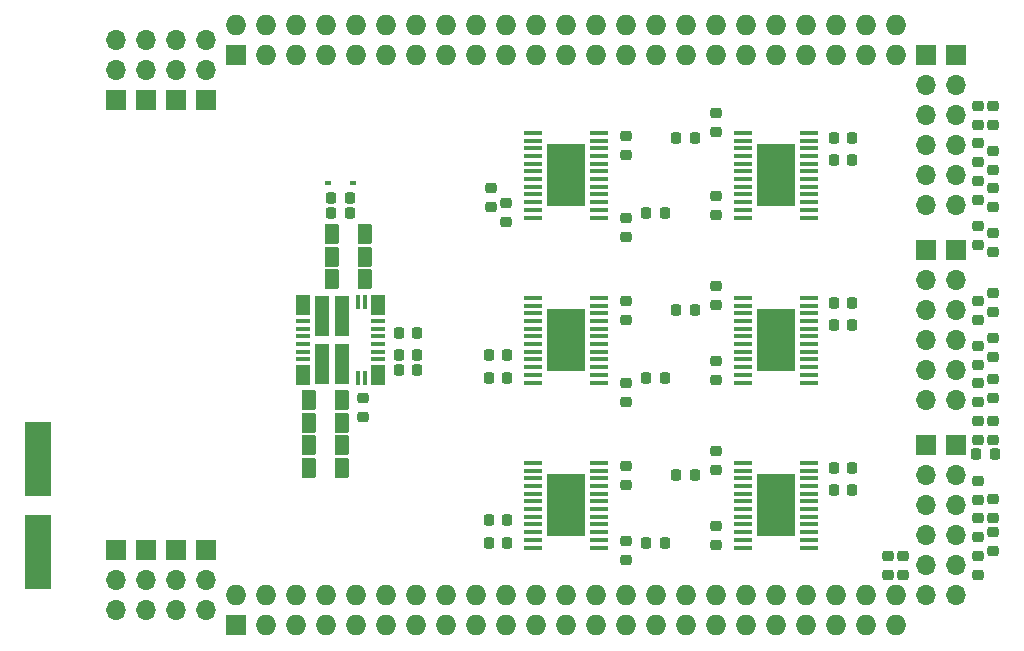
<source format=gbr>
%TF.GenerationSoftware,KiCad,Pcbnew,6.0.5*%
%TF.CreationDate,2022-07-04T20:08:59-04:00*%
%TF.ProjectId,motorBoard,6d6f746f-7242-46f6-9172-642e6b696361,rev?*%
%TF.SameCoordinates,Original*%
%TF.FileFunction,Soldermask,Top*%
%TF.FilePolarity,Negative*%
%FSLAX46Y46*%
G04 Gerber Fmt 4.6, Leading zero omitted, Abs format (unit mm)*
G04 Created by KiCad (PCBNEW 6.0.5) date 2022-07-04 20:08:59*
%MOMM*%
%LPD*%
G01*
G04 APERTURE LIST*
G04 Aperture macros list*
%AMRoundRect*
0 Rectangle with rounded corners*
0 $1 Rounding radius*
0 $2 $3 $4 $5 $6 $7 $8 $9 X,Y pos of 4 corners*
0 Add a 4 corners polygon primitive as box body*
4,1,4,$2,$3,$4,$5,$6,$7,$8,$9,$2,$3,0*
0 Add four circle primitives for the rounded corners*
1,1,$1+$1,$2,$3*
1,1,$1+$1,$4,$5*
1,1,$1+$1,$6,$7*
1,1,$1+$1,$8,$9*
0 Add four rect primitives between the rounded corners*
20,1,$1+$1,$2,$3,$4,$5,0*
20,1,$1+$1,$4,$5,$6,$7,0*
20,1,$1+$1,$6,$7,$8,$9,0*
20,1,$1+$1,$8,$9,$2,$3,0*%
G04 Aperture macros list end*
%ADD10R,1.727200X1.727200*%
%ADD11O,1.727200X1.727200*%
%ADD12R,1.600200X0.304800*%
%ADD13R,3.200400X5.257800*%
%ADD14R,1.193800X1.701800*%
%ADD15R,1.193800X0.355600*%
%ADD16R,0.355600X1.193800*%
%ADD17R,1.295400X3.505200*%
%ADD18RoundRect,0.218750X0.256250X-0.218750X0.256250X0.218750X-0.256250X0.218750X-0.256250X-0.218750X0*%
%ADD19RoundRect,0.218750X0.218750X0.256250X-0.218750X0.256250X-0.218750X-0.256250X0.218750X-0.256250X0*%
%ADD20RoundRect,0.218750X-0.256250X0.218750X-0.256250X-0.218750X0.256250X-0.218750X0.256250X0.218750X0*%
%ADD21R,1.700000X1.700000*%
%ADD22O,1.700000X1.700000*%
%ADD23RoundRect,0.218750X-0.218750X-0.256250X0.218750X-0.256250X0.218750X0.256250X-0.218750X0.256250X0*%
%ADD24R,0.600000X0.450000*%
%ADD25RoundRect,0.250000X0.375000X0.625000X-0.375000X0.625000X-0.375000X-0.625000X0.375000X-0.625000X0*%
%ADD26R,2.250000X6.250000*%
G04 APERTURE END LIST*
D10*
%TO.C,P9*%
X101600000Y-101600000D03*
D11*
X101600000Y-99060000D03*
X104140000Y-101600000D03*
X104140000Y-99060000D03*
X106680000Y-101600000D03*
X106680000Y-99060000D03*
X109220000Y-101600000D03*
X109220000Y-99060000D03*
X111760000Y-101600000D03*
X111760000Y-99060000D03*
X114300000Y-101600000D03*
X114300000Y-99060000D03*
X116840000Y-101600000D03*
X116840000Y-99060000D03*
X119380000Y-101600000D03*
X119380000Y-99060000D03*
X121920000Y-101600000D03*
X121920000Y-99060000D03*
X124460000Y-101600000D03*
X124460000Y-99060000D03*
X127000000Y-101600000D03*
X127000000Y-99060000D03*
X129540000Y-101600000D03*
X129540000Y-99060000D03*
X132080000Y-101600000D03*
X132080000Y-99060000D03*
X134620000Y-101600000D03*
X134620000Y-99060000D03*
X137160000Y-101600000D03*
X137160000Y-99060000D03*
X139700000Y-101600000D03*
X139700000Y-99060000D03*
X142240000Y-101600000D03*
X142240000Y-99060000D03*
X144780000Y-101600000D03*
X144780000Y-99060000D03*
X147320000Y-101600000D03*
X147320000Y-99060000D03*
X149860000Y-101600000D03*
X149860000Y-99060000D03*
X152400000Y-101600000D03*
X152400000Y-99060000D03*
X154940000Y-101600000D03*
X154940000Y-99060000D03*
X157480000Y-101600000D03*
X157480000Y-99060000D03*
%TD*%
D12*
%TO.C,U301*%
X132339999Y-81044999D03*
X132339999Y-80395000D03*
X132339999Y-79745002D03*
X132339999Y-79095001D03*
X132339999Y-78445002D03*
X132339999Y-77795001D03*
X132339999Y-77145002D03*
X132339999Y-76495001D03*
X132339999Y-75845002D03*
X132339999Y-75195001D03*
X132339999Y-74545002D03*
X132339999Y-73895001D03*
X126740001Y-73895001D03*
X126740001Y-74545000D03*
X126740001Y-75195001D03*
X126740001Y-75844999D03*
X126740001Y-76495001D03*
X126740001Y-77144999D03*
X126740001Y-77794998D03*
X126740001Y-78444999D03*
X126740001Y-79094998D03*
X126740001Y-79744999D03*
X126740001Y-80394998D03*
X126740001Y-81044999D03*
D13*
X129540000Y-77470000D03*
%TD*%
D14*
%TO.C,U101*%
X113690000Y-80420001D03*
D15*
X113690001Y-79095001D03*
X113690001Y-78444999D03*
X113690001Y-77795001D03*
X113690001Y-77144999D03*
X113690001Y-76495001D03*
X113690001Y-75844999D03*
D14*
X113690000Y-74519999D03*
D16*
X112565000Y-74269999D03*
X111915001Y-74269999D03*
D17*
X110640000Y-75420000D03*
X108890000Y-75420000D03*
D14*
X107290000Y-74519999D03*
D15*
X107289999Y-75844999D03*
X107289999Y-76495001D03*
X107289999Y-77144999D03*
X107289999Y-77795001D03*
X107289999Y-78444999D03*
X107289999Y-79095001D03*
D14*
X107290000Y-80420001D03*
D17*
X108890000Y-79520000D03*
X110640000Y-79520000D03*
D16*
X111915001Y-80670001D03*
X112565000Y-80670001D03*
%TD*%
D12*
%TO.C,U201*%
X132339999Y-95014999D03*
X132339999Y-94365000D03*
X132339999Y-93715002D03*
X132339999Y-93065001D03*
X132339999Y-92415002D03*
X132339999Y-91765001D03*
X132339999Y-91115002D03*
X132339999Y-90465001D03*
X132339999Y-89815002D03*
X132339999Y-89165001D03*
X132339999Y-88515002D03*
X132339999Y-87865001D03*
X126740001Y-87865001D03*
X126740001Y-88515000D03*
X126740001Y-89165001D03*
X126740001Y-89814999D03*
X126740001Y-90465001D03*
X126740001Y-91114999D03*
X126740001Y-91764998D03*
X126740001Y-92414999D03*
X126740001Y-93064998D03*
X126740001Y-93714999D03*
X126740001Y-94364998D03*
X126740001Y-95014999D03*
D13*
X129540000Y-91440000D03*
%TD*%
D12*
%TO.C,U601*%
X144520001Y-73895001D03*
X144520001Y-74545000D03*
X144520001Y-75194998D03*
X144520001Y-75844999D03*
X144520001Y-76494998D03*
X144520001Y-77144999D03*
X144520001Y-77794998D03*
X144520001Y-78444999D03*
X144520001Y-79094998D03*
X144520001Y-79744999D03*
X144520001Y-80394998D03*
X144520001Y-81044999D03*
X150119999Y-81044999D03*
X150119999Y-80395000D03*
X150119999Y-79744999D03*
X150119999Y-79095001D03*
X150119999Y-78444999D03*
X150119999Y-77795001D03*
X150119999Y-77145002D03*
X150119999Y-76495001D03*
X150119999Y-75845002D03*
X150119999Y-75195001D03*
X150119999Y-74545002D03*
X150119999Y-73895001D03*
D13*
X147320000Y-77470000D03*
%TD*%
D12*
%TO.C,U501*%
X144520001Y-59925001D03*
X144520001Y-60575000D03*
X144520001Y-61224998D03*
X144520001Y-61874999D03*
X144520001Y-62524998D03*
X144520001Y-63174999D03*
X144520001Y-63824998D03*
X144520001Y-64474999D03*
X144520001Y-65124998D03*
X144520001Y-65774999D03*
X144520001Y-66424998D03*
X144520001Y-67074999D03*
X150119999Y-67074999D03*
X150119999Y-66425000D03*
X150119999Y-65774999D03*
X150119999Y-65125001D03*
X150119999Y-64474999D03*
X150119999Y-63825001D03*
X150119999Y-63175002D03*
X150119999Y-62525001D03*
X150119999Y-61875002D03*
X150119999Y-61225001D03*
X150119999Y-60575002D03*
X150119999Y-59925001D03*
D13*
X147320000Y-63500000D03*
%TD*%
D10*
%TO.C,P8*%
X101600000Y-53340000D03*
D11*
X101600000Y-50800000D03*
X104140000Y-53340000D03*
X104140000Y-50800000D03*
X106680000Y-53340000D03*
X106680000Y-50800000D03*
X109220000Y-53340000D03*
X109220000Y-50800000D03*
X111760000Y-53340000D03*
X111760000Y-50800000D03*
X114300000Y-53340000D03*
X114300000Y-50800000D03*
X116840000Y-53340000D03*
X116840000Y-50800000D03*
X119380000Y-53340000D03*
X119380000Y-50800000D03*
X121920000Y-53340000D03*
X121920000Y-50800000D03*
X124460000Y-53340000D03*
X124460000Y-50800000D03*
X127000000Y-53340000D03*
X127000000Y-50800000D03*
X129540000Y-53340000D03*
X129540000Y-50800000D03*
X132080000Y-53340000D03*
X132080000Y-50800000D03*
X134620000Y-53340000D03*
X134620000Y-50800000D03*
X137160000Y-53340000D03*
X137160000Y-50800000D03*
X139700000Y-53340000D03*
X139700000Y-50800000D03*
X142240000Y-53340000D03*
X142240000Y-50800000D03*
X144780000Y-53340000D03*
X144780000Y-50800000D03*
X147320000Y-53340000D03*
X147320000Y-50800000D03*
X149860000Y-53340000D03*
X149860000Y-50800000D03*
X152400000Y-53340000D03*
X152400000Y-50800000D03*
X154940000Y-53340000D03*
X154940000Y-50800000D03*
X157480000Y-53340000D03*
X157480000Y-50800000D03*
%TD*%
D18*
%TO.C,R205*%
X158115000Y-97307500D03*
X158115000Y-95732500D03*
%TD*%
D12*
%TO.C,U401*%
X132339999Y-67074999D03*
X132339999Y-66425000D03*
X132339999Y-65775002D03*
X132339999Y-65125001D03*
X132339999Y-64475002D03*
X132339999Y-63825001D03*
X132339999Y-63175002D03*
X132339999Y-62525001D03*
X132339999Y-61875002D03*
X132339999Y-61225001D03*
X132339999Y-60575002D03*
X132339999Y-59925001D03*
X126740001Y-59925001D03*
X126740001Y-60575000D03*
X126740001Y-61225001D03*
X126740001Y-61874999D03*
X126740001Y-62525001D03*
X126740001Y-63174999D03*
X126740001Y-63824998D03*
X126740001Y-64474999D03*
X126740001Y-65124998D03*
X126740001Y-65774999D03*
X126740001Y-66424998D03*
X126740001Y-67074999D03*
D13*
X129540000Y-63500000D03*
%TD*%
D19*
%TO.C,C603*%
X153822500Y-76200000D03*
X152247500Y-76200000D03*
%TD*%
D20*
%TO.C,R306*%
X164465000Y-84302500D03*
X164465000Y-85877500D03*
%TD*%
D21*
%TO.C,J401*%
X160020000Y-53340000D03*
D22*
X160020000Y-55880000D03*
X160020000Y-58420000D03*
X160020000Y-60960000D03*
X160020000Y-63500000D03*
X160020000Y-66040000D03*
%TD*%
D20*
%TO.C,R302*%
X134620000Y-74142500D03*
X134620000Y-75717500D03*
%TD*%
D19*
%TO.C,C703*%
X153822500Y-90170000D03*
X152247500Y-90170000D03*
%TD*%
D18*
%TO.C,C702*%
X142240000Y-88417500D03*
X142240000Y-86842500D03*
%TD*%
D19*
%TO.C,C701*%
X153822500Y-88265000D03*
X152247500Y-88265000D03*
%TD*%
D18*
%TO.C,R702*%
X142240000Y-94767500D03*
X142240000Y-93192500D03*
%TD*%
D12*
%TO.C,U701*%
X144520001Y-87865001D03*
X144520001Y-88515000D03*
X144520001Y-89164998D03*
X144520001Y-89814999D03*
X144520001Y-90464998D03*
X144520001Y-91114999D03*
X144520001Y-91764998D03*
X144520001Y-92414999D03*
X144520001Y-93064998D03*
X144520001Y-93714999D03*
X144520001Y-94364998D03*
X144520001Y-95014999D03*
X150119999Y-95014999D03*
X150119999Y-94365000D03*
X150119999Y-93714999D03*
X150119999Y-93065001D03*
X150119999Y-92414999D03*
X150119999Y-91765001D03*
X150119999Y-91115002D03*
X150119999Y-90465001D03*
X150119999Y-89815002D03*
X150119999Y-89165001D03*
X150119999Y-88515002D03*
X150119999Y-87865001D03*
D13*
X147320000Y-91440000D03*
%TD*%
D19*
%TO.C,C503*%
X153822500Y-62230000D03*
X152247500Y-62230000D03*
%TD*%
D18*
%TO.C,R303*%
X165735000Y-78892500D03*
X165735000Y-77317500D03*
%TD*%
D20*
%TO.C,R405*%
X164465000Y-63982500D03*
X164465000Y-65557500D03*
%TD*%
%TO.C,R406*%
X164465000Y-67792500D03*
X164465000Y-69367500D03*
%TD*%
D18*
%TO.C,R503*%
X165735000Y-63017500D03*
X165735000Y-61442500D03*
%TD*%
%TO.C,R504*%
X165735000Y-59207500D03*
X165735000Y-57632500D03*
%TD*%
D20*
%TO.C,R206*%
X156845000Y-95732500D03*
X156845000Y-97307500D03*
%TD*%
D23*
%TO.C,R701*%
X138912500Y-88900000D03*
X140487500Y-88900000D03*
%TD*%
%TO.C,R204*%
X164312500Y-87122000D03*
X165887500Y-87122000D03*
%TD*%
D20*
%TO.C,R202*%
X134620000Y-88112500D03*
X134620000Y-89687500D03*
%TD*%
D19*
%TO.C,R201*%
X137947500Y-94615000D03*
X136372500Y-94615000D03*
%TD*%
D23*
%TO.C,R106*%
X115417500Y-78740000D03*
X116992500Y-78740000D03*
%TD*%
%TO.C,R105*%
X115417500Y-80010000D03*
X116992500Y-80010000D03*
%TD*%
%TO.C,R104*%
X115417500Y-76835000D03*
X116992500Y-76835000D03*
%TD*%
D18*
%TO.C,R706*%
X164465000Y-94132500D03*
X164465000Y-92557500D03*
%TD*%
%TO.C,R705*%
X164465000Y-97307500D03*
X164465000Y-95732500D03*
%TD*%
%TO.C,R704*%
X165735000Y-92481500D03*
X165735000Y-90906500D03*
%TD*%
%TO.C,R703*%
X165735000Y-95275500D03*
X165735000Y-93700500D03*
%TD*%
D20*
%TO.C,R606*%
X165735000Y-84302500D03*
X165735000Y-85877500D03*
%TD*%
%TO.C,R605*%
X165735000Y-82321500D03*
X165735000Y-80746500D03*
%TD*%
D18*
%TO.C,R604*%
X164465000Y-75717500D03*
X164465000Y-74142500D03*
%TD*%
%TO.C,R603*%
X164465000Y-79527500D03*
X164465000Y-77952500D03*
%TD*%
%TO.C,R602*%
X142240000Y-80797500D03*
X142240000Y-79222500D03*
%TD*%
D23*
%TO.C,R601*%
X138912500Y-74930000D03*
X140487500Y-74930000D03*
%TD*%
D20*
%TO.C,R506*%
X165735000Y-68427500D03*
X165735000Y-70002500D03*
%TD*%
%TO.C,R505*%
X165735000Y-64617500D03*
X165735000Y-66192500D03*
%TD*%
%TO.C,R305*%
X164465000Y-81127500D03*
X164465000Y-82702500D03*
%TD*%
D23*
%TO.C,R501*%
X138912500Y-60325000D03*
X140487500Y-60325000D03*
%TD*%
D20*
%TO.C,R103*%
X112395000Y-82397500D03*
X112395000Y-83972500D03*
%TD*%
D18*
%TO.C,R404*%
X164465000Y-59207500D03*
X164465000Y-57632500D03*
%TD*%
%TO.C,R403*%
X164465000Y-62382500D03*
X164465000Y-60807500D03*
%TD*%
D20*
%TO.C,R402*%
X134620000Y-60172500D03*
X134620000Y-61747500D03*
%TD*%
D19*
%TO.C,R401*%
X137947500Y-66675000D03*
X136372500Y-66675000D03*
%TD*%
D18*
%TO.C,R304*%
X165735000Y-75082500D03*
X165735000Y-73507500D03*
%TD*%
%TO.C,R502*%
X142240000Y-66827500D03*
X142240000Y-65252500D03*
%TD*%
D19*
%TO.C,R301*%
X137947500Y-80645000D03*
X136372500Y-80645000D03*
%TD*%
D18*
%TO.C,R203*%
X164465000Y-90957500D03*
X164465000Y-89382500D03*
%TD*%
D23*
%TO.C,R101*%
X109702500Y-65405000D03*
X111277500Y-65405000D03*
%TD*%
D19*
%TO.C,R102*%
X111277500Y-66675000D03*
X109702500Y-66675000D03*
%TD*%
D24*
%TO.C,D101*%
X111540000Y-64135000D03*
X109440000Y-64135000D03*
%TD*%
D21*
%TO.C,J201*%
X160020000Y-86360000D03*
D22*
X160020000Y-88900000D03*
X160020000Y-91440000D03*
X160020000Y-93980000D03*
X160020000Y-96520000D03*
X160020000Y-99060000D03*
%TD*%
D21*
%TO.C,J301*%
X160020000Y-69850000D03*
D22*
X160020000Y-72390000D03*
X160020000Y-74930000D03*
X160020000Y-77470000D03*
X160020000Y-80010000D03*
X160020000Y-82550000D03*
%TD*%
D21*
%TO.C,J501*%
X162560000Y-53340000D03*
D22*
X162560000Y-55880000D03*
X162560000Y-58420000D03*
X162560000Y-60960000D03*
X162560000Y-63500000D03*
X162560000Y-66040000D03*
%TD*%
D21*
%TO.C,J701*%
X162560000Y-86360000D03*
D22*
X162560000Y-88900000D03*
X162560000Y-91440000D03*
X162560000Y-93980000D03*
X162560000Y-96520000D03*
X162560000Y-99060000D03*
%TD*%
D21*
%TO.C,J601*%
X162560000Y-69850000D03*
D22*
X162560000Y-72390000D03*
X162560000Y-74930000D03*
X162560000Y-77470000D03*
X162560000Y-80010000D03*
X162560000Y-82550000D03*
%TD*%
D21*
%TO.C,J1501*%
X91440000Y-95250000D03*
D22*
X91440000Y-97790000D03*
X91440000Y-100330000D03*
%TD*%
D21*
%TO.C,J1301*%
X96520000Y-95250000D03*
D22*
X96520000Y-97790000D03*
X96520000Y-100330000D03*
%TD*%
D21*
%TO.C,J1201*%
X99060000Y-95250000D03*
D22*
X99060000Y-97790000D03*
X99060000Y-100330000D03*
%TD*%
D21*
%TO.C,J1101*%
X99060000Y-57150000D03*
D22*
X99060000Y-54610000D03*
X99060000Y-52070000D03*
%TD*%
D21*
%TO.C,J1001*%
X96520000Y-57150000D03*
D22*
X96520000Y-54610000D03*
X96520000Y-52070000D03*
%TD*%
D21*
%TO.C,J901*%
X93980000Y-57150000D03*
D22*
X93980000Y-54610000D03*
X93980000Y-52070000D03*
%TD*%
D21*
%TO.C,J801*%
X91440000Y-57150000D03*
D22*
X91440000Y-54610000D03*
X91440000Y-52070000D03*
%TD*%
D21*
%TO.C,J1401*%
X93980000Y-95250000D03*
D22*
X93980000Y-97790000D03*
X93980000Y-100330000D03*
%TD*%
D25*
%TO.C,C107*%
X112525000Y-72313800D03*
X109725000Y-72313800D03*
%TD*%
%TO.C,C101*%
X110620000Y-82550000D03*
X107820000Y-82550000D03*
%TD*%
%TO.C,C106*%
X112525000Y-70408800D03*
X109725000Y-70408800D03*
%TD*%
%TO.C,C105*%
X112525000Y-68503800D03*
X109725000Y-68503800D03*
%TD*%
%TO.C,C103*%
X110620000Y-84455000D03*
X107820000Y-84455000D03*
%TD*%
%TO.C,C102*%
X110620000Y-88265000D03*
X107820000Y-88265000D03*
%TD*%
%TO.C,C104*%
X110620000Y-86360000D03*
X107820000Y-86360000D03*
%TD*%
D18*
%TO.C,C403*%
X123190000Y-66192500D03*
X123190000Y-64617500D03*
%TD*%
D20*
%TO.C,C402*%
X134620000Y-67157500D03*
X134620000Y-68732500D03*
%TD*%
%TO.C,C401*%
X124460000Y-65887500D03*
X124460000Y-67462500D03*
%TD*%
D23*
%TO.C,C303*%
X123037500Y-78740000D03*
X124612500Y-78740000D03*
%TD*%
D20*
%TO.C,C302*%
X134620000Y-81127500D03*
X134620000Y-82702500D03*
%TD*%
D23*
%TO.C,C301*%
X123037500Y-80645000D03*
X124612500Y-80645000D03*
%TD*%
%TO.C,C203*%
X123037500Y-92710000D03*
X124612500Y-92710000D03*
%TD*%
D20*
%TO.C,C202*%
X134620000Y-94462500D03*
X134620000Y-96037500D03*
%TD*%
D19*
%TO.C,C501*%
X153822500Y-60325000D03*
X152247500Y-60325000D03*
%TD*%
D18*
%TO.C,C502*%
X142240000Y-59842500D03*
X142240000Y-58267500D03*
%TD*%
D19*
%TO.C,C601*%
X153822500Y-74295000D03*
X152247500Y-74295000D03*
%TD*%
D18*
%TO.C,C602*%
X142240000Y-74447500D03*
X142240000Y-72872500D03*
%TD*%
D23*
%TO.C,C201*%
X123037500Y-94615000D03*
X124612500Y-94615000D03*
%TD*%
D26*
%TO.C,J101*%
X84836000Y-95390000D03*
X84836000Y-87490000D03*
%TD*%
M02*

</source>
